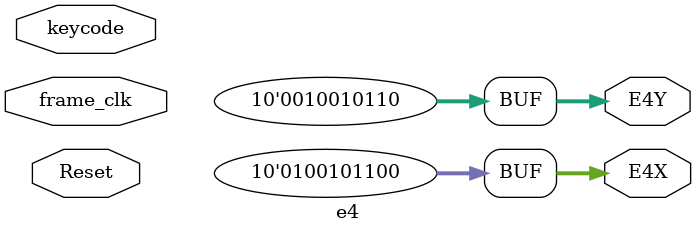
<source format=sv>



module  e4 ( input Reset, frame_clk, input [7:0] keycode,
               output [9:0]  E4X, E4Y);
    
       
    assign E4X = 300;
   
    assign E4Y = 150;
    

endmodule

</source>
